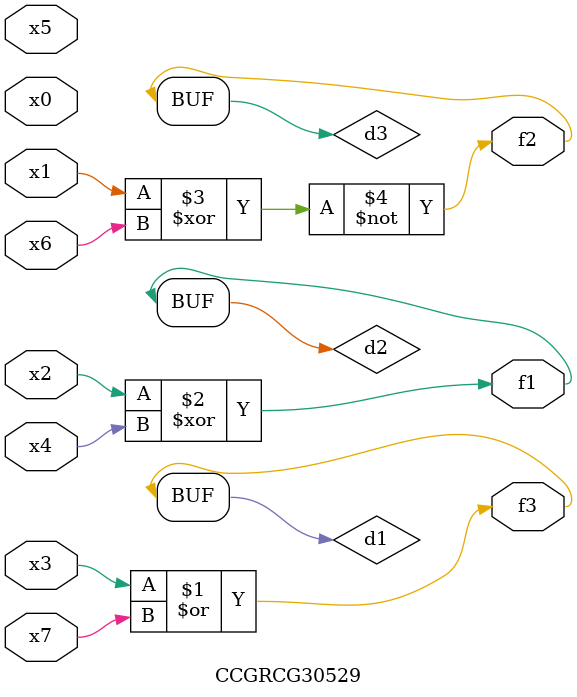
<source format=v>
module CCGRCG30529(
	input x0, x1, x2, x3, x4, x5, x6, x7,
	output f1, f2, f3
);

	wire d1, d2, d3;

	or (d1, x3, x7);
	xor (d2, x2, x4);
	xnor (d3, x1, x6);
	assign f1 = d2;
	assign f2 = d3;
	assign f3 = d1;
endmodule

</source>
